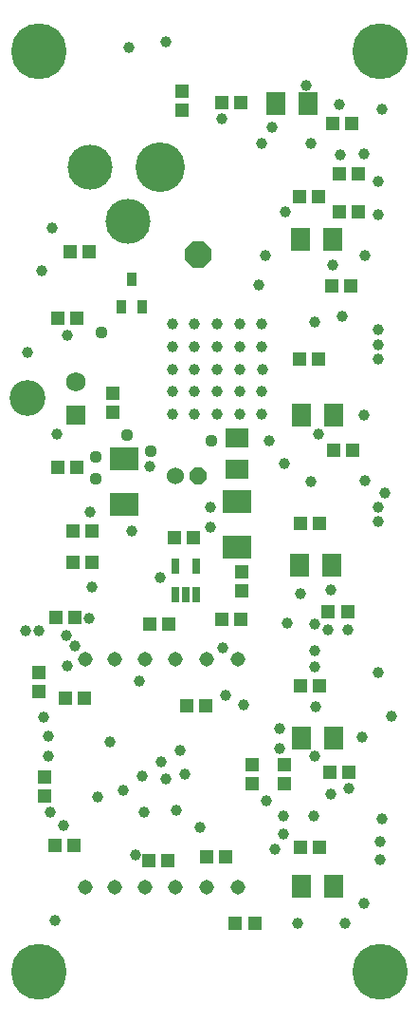
<source format=gbr>
G04 EAGLE Gerber RS-274X export*
G75*
%MOMM*%
%FSLAX34Y34*%
%LPD*%
%INSoldermask Bottom*%
%IPPOS*%
%AMOC8*
5,1,8,0,0,1.08239X$1,22.5*%
G01*
%ADD10C,4.965700*%
%ADD11R,1.203200X1.303200*%
%ADD12R,1.303200X1.203200*%
%ADD13R,2.603200X2.003200*%
%ADD14R,1.733200X1.733200*%
%ADD15C,1.733200*%
%ADD16C,3.203200*%
%ADD17R,0.753200X1.403200*%
%ADD18C,1.311200*%
%ADD19P,2.556822X8X22.500000*%
%ADD20R,0.903200X1.203200*%
%ADD21C,4.419200*%
%ADD22C,4.019200*%
%ADD23P,1.649562X8X22.500000*%
%ADD24C,1.524000*%
%ADD25R,1.803200X2.006200*%
%ADD26R,2.006200X1.803200*%
%ADD27C,0.990600*%
%ADD28C,1.109600*%


D10*
X30000Y30000D03*
X335000Y30000D03*
X335000Y850000D03*
X30000Y850000D03*
D11*
X35210Y203880D03*
X35210Y186880D03*
X95840Y528930D03*
X95840Y545930D03*
X249310Y214960D03*
X249310Y197960D03*
D12*
X128070Y129460D03*
X145070Y129460D03*
X178970Y266820D03*
X161970Y266820D03*
X145970Y339590D03*
X128970Y339590D03*
X210530Y344320D03*
X193530Y344320D03*
X151210Y416980D03*
X168210Y416980D03*
D11*
X210920Y369620D03*
X210920Y386620D03*
X220690Y197680D03*
X220690Y214680D03*
D13*
X105860Y486850D03*
X105860Y446350D03*
D14*
X63270Y526000D03*
D15*
X63270Y556000D03*
D16*
X20070Y541000D03*
D11*
X74730Y672120D03*
X57730Y672120D03*
X77600Y394650D03*
X60600Y394650D03*
X77600Y422520D03*
X60600Y422520D03*
X64080Y612770D03*
X47080Y612770D03*
X63810Y479500D03*
X46810Y479500D03*
X45221Y345944D03*
X62221Y345944D03*
D17*
X170480Y365879D03*
X160980Y365879D03*
X151480Y365879D03*
X151480Y391881D03*
X170480Y391881D03*
D12*
X179760Y132100D03*
X196760Y132100D03*
X61050Y142900D03*
X44050Y142900D03*
D11*
X29720Y279780D03*
X29720Y296780D03*
D18*
X71583Y105640D03*
X97783Y105640D03*
X124783Y105640D03*
X151783Y105640D03*
X179583Y105640D03*
X207383Y105640D03*
X71583Y308840D03*
X97783Y308840D03*
X124783Y308840D03*
X151783Y308840D03*
X179583Y308840D03*
X207383Y308840D03*
D12*
X263500Y141000D03*
X280500Y141000D03*
X263500Y285000D03*
X280500Y285000D03*
X263500Y430000D03*
X280500Y430000D03*
X210500Y805000D03*
X193500Y805000D03*
X262500Y721000D03*
X279500Y721000D03*
X262500Y576000D03*
X279500Y576000D03*
D19*
X172000Y669000D03*
D20*
X113000Y647000D03*
X122500Y623000D03*
X103500Y623000D03*
D13*
X206500Y408750D03*
X206500Y449250D03*
D11*
X53500Y274000D03*
X70500Y274000D03*
D12*
X158000Y797500D03*
X158000Y814500D03*
D11*
X292500Y786000D03*
X309500Y786000D03*
X291500Y641000D03*
X308500Y641000D03*
X293500Y495000D03*
X310500Y495000D03*
X288500Y351000D03*
X305500Y351000D03*
X289500Y208000D03*
X306500Y208000D03*
X222500Y73000D03*
X205500Y73000D03*
D21*
X138000Y747000D03*
D22*
X75500Y747000D03*
X109500Y699000D03*
D23*
X172160Y472000D03*
D24*
X151840Y472000D03*
D11*
X298500Y741000D03*
X315500Y741000D03*
X298500Y707000D03*
X315500Y707000D03*
D25*
X270220Y804000D03*
X241780Y804000D03*
X292220Y683000D03*
X263780Y683000D03*
X293220Y526000D03*
X264780Y526000D03*
X291220Y392000D03*
X262780Y392000D03*
X293220Y238000D03*
X264780Y238000D03*
X293220Y106000D03*
X264780Y106000D03*
D26*
X207000Y477780D03*
X207000Y506220D03*
D27*
X276000Y222000D03*
X38000Y240000D03*
X40000Y172000D03*
X212500Y267500D03*
X276000Y340000D03*
X336000Y166000D03*
X336000Y799000D03*
X32000Y655000D03*
X149000Y607000D03*
X169000Y607000D03*
X189000Y607000D03*
X209000Y607000D03*
X149000Y587000D03*
X149000Y567000D03*
X149000Y547000D03*
X149000Y527000D03*
X169000Y527000D03*
X169000Y547000D03*
X169000Y567000D03*
X209000Y567000D03*
X230000Y567000D03*
X189000Y547000D03*
X209000Y547000D03*
X229000Y547000D03*
X169000Y587000D03*
X189000Y587000D03*
X209000Y587000D03*
X229000Y587000D03*
X229000Y607000D03*
X189000Y527000D03*
X209000Y527000D03*
X229000Y527000D03*
X189000Y567000D03*
X193500Y790000D03*
X229000Y768000D03*
X273000Y768000D03*
X273000Y467000D03*
X248000Y169000D03*
X276000Y609000D03*
X303000Y73000D03*
X276000Y301500D03*
X333000Y602000D03*
X232000Y668000D03*
X299000Y758000D03*
X143000Y202000D03*
X275000Y168500D03*
X42000Y693000D03*
X153000Y174000D03*
X333000Y431000D03*
X160000Y206000D03*
X277000Y266000D03*
X333000Y576000D03*
X333000Y704500D03*
X335061Y129939D03*
X248000Y153000D03*
X333000Y444000D03*
X333000Y297000D03*
X335000Y146000D03*
X280000Y509000D03*
X333000Y734000D03*
X333000Y589000D03*
X233000Y182000D03*
X245000Y229000D03*
X75000Y345000D03*
X138061Y381061D03*
X61946Y320301D03*
X77000Y373000D03*
X54114Y329554D03*
D28*
X86000Y600000D03*
X109000Y508000D03*
D27*
X263500Y367000D03*
X183000Y444000D03*
X129000Y480000D03*
D28*
X81000Y469000D03*
D27*
X38000Y222000D03*
X116000Y134500D03*
X174000Y159000D03*
X18000Y334000D03*
X113000Y423000D03*
X82000Y186000D03*
X238000Y783000D03*
X236000Y503000D03*
X226000Y642000D03*
X139000Y217000D03*
X252000Y341000D03*
X339000Y457000D03*
X105000Y192000D03*
X250000Y707000D03*
X320000Y759000D03*
X156000Y227000D03*
X245000Y247000D03*
X288000Y335000D03*
X93140Y234860D03*
X291000Y188000D03*
X241000Y139000D03*
X122000Y204000D03*
X249000Y483000D03*
X301000Y614000D03*
X55000Y597000D03*
X345000Y258000D03*
X276000Y316000D03*
X34000Y257000D03*
X124000Y172000D03*
X197000Y276000D03*
X183000Y426000D03*
X52000Y160000D03*
X194000Y319000D03*
X120000Y289000D03*
X46000Y509000D03*
X20000Y582000D03*
X110711Y853387D03*
X143000Y859000D03*
X298602Y803000D03*
X292000Y660000D03*
X306000Y335000D03*
X321000Y468000D03*
X307000Y193000D03*
X291000Y370000D03*
X319000Y239000D03*
X320000Y91000D03*
X269000Y820000D03*
X321000Y668000D03*
X320000Y526000D03*
D28*
X81000Y489000D03*
X184000Y503000D03*
X129860Y493860D03*
D27*
X30000Y334000D03*
X55000Y303000D03*
X44000Y76000D03*
X261000Y73000D03*
X76000Y440000D03*
M02*

</source>
